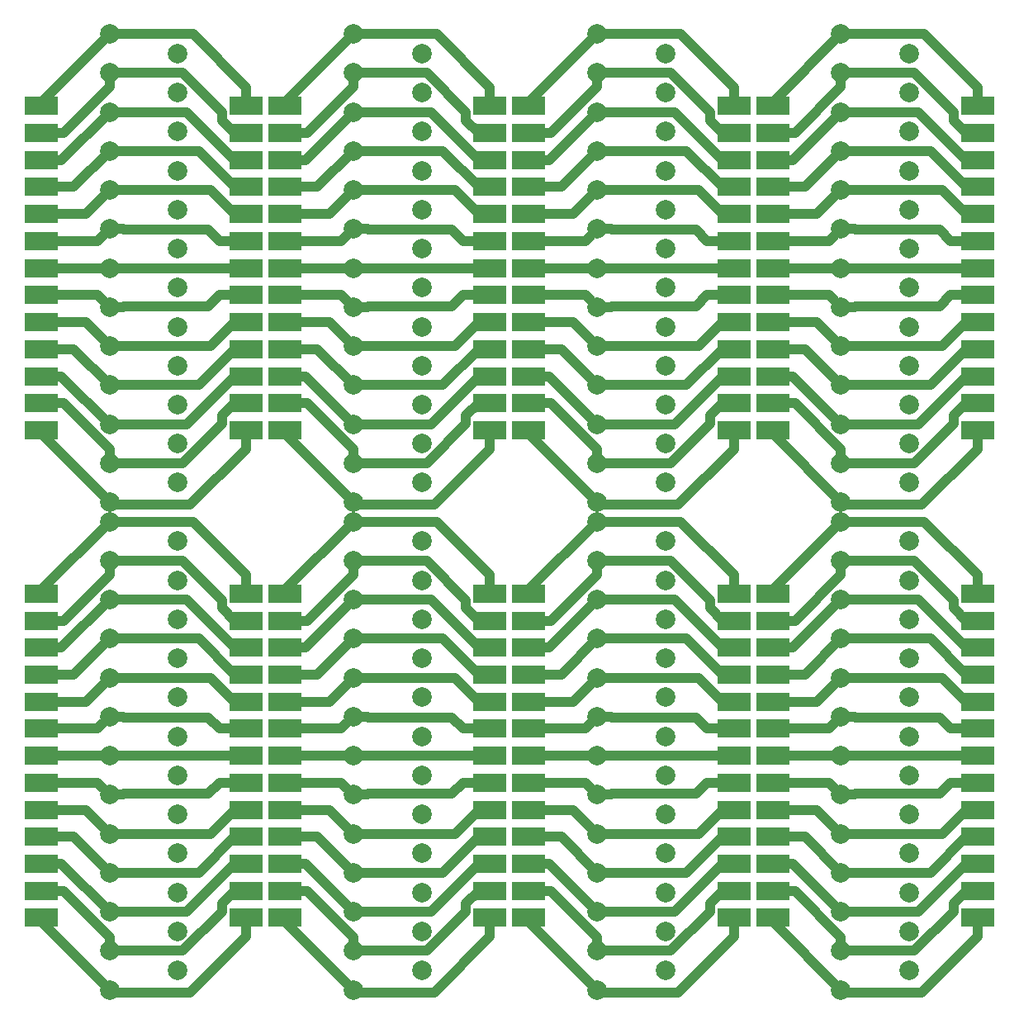
<source format=gtl>
G04 #@! TF.GenerationSoftware,KiCad,Pcbnew,(5.1.5)-3*
G04 #@! TF.CreationDate,2021-03-24T18:55:27+09:00*
G04 #@! TF.ProjectId,DSub25TestPoint(2x4),44537562-3235-4546-9573-74506f696e74,rev?*
G04 #@! TF.SameCoordinates,Original*
G04 #@! TF.FileFunction,Copper,L1,Top*
G04 #@! TF.FilePolarity,Positive*
%FSLAX46Y46*%
G04 Gerber Fmt 4.6, Leading zero omitted, Abs format (unit mm)*
G04 Created by KiCad (PCBNEW (5.1.5)-3) date 2021-03-24 18:55:27*
%MOMM*%
%LPD*%
G04 APERTURE LIST*
%ADD10C,2.000000*%
%ADD11R,3.480000X1.846667*%
%ADD12C,1.000000*%
G04 APERTURE END LIST*
D10*
X121000000Y-99000000D03*
X114000000Y-101000000D03*
X121000000Y-127000000D03*
X121000000Y-115000000D03*
X121000000Y-103000000D03*
X121000000Y-119000000D03*
X114000000Y-89000000D03*
X121000000Y-111000000D03*
X121000000Y-83000000D03*
X114000000Y-85000000D03*
X114000000Y-81000000D03*
X121000000Y-107000000D03*
X121000000Y-123000000D03*
X114000000Y-97000000D03*
X114000000Y-93000000D03*
X121000000Y-87000000D03*
X121000000Y-91000000D03*
X121000000Y-95000000D03*
X121000000Y-61000000D03*
X114000000Y-109000000D03*
X121000000Y-41000000D03*
X114000000Y-129000000D03*
X114000000Y-117000000D03*
X121000000Y-69000000D03*
D11*
X128000000Y-121620000D03*
X128000000Y-118850000D03*
X128000000Y-116080000D03*
X128000000Y-113310000D03*
X128000000Y-110540000D03*
X128000000Y-107770000D03*
X128000000Y-105000000D03*
X128000000Y-102230000D03*
X128000000Y-99460000D03*
X128000000Y-96690000D03*
X128000000Y-93920000D03*
X128000000Y-91150000D03*
X128000000Y-88380000D03*
D10*
X114000000Y-31000000D03*
D11*
X107000000Y-121620000D03*
X107000000Y-118850000D03*
X107000000Y-116080000D03*
X107000000Y-113310000D03*
X107000000Y-110540000D03*
X107000000Y-107770000D03*
X107000000Y-105000000D03*
X107000000Y-102230000D03*
X107000000Y-99460000D03*
X107000000Y-96690000D03*
X107000000Y-93920000D03*
X107000000Y-91150000D03*
X107000000Y-88380000D03*
D10*
X114000000Y-113000000D03*
X114000000Y-121000000D03*
X121000000Y-37000000D03*
X121000000Y-73000000D03*
X121000000Y-53000000D03*
X121000000Y-65000000D03*
X114000000Y-125000000D03*
X114000000Y-105000000D03*
X114000000Y-51000000D03*
X114000000Y-47000000D03*
D11*
X128000000Y-71620000D03*
X128000000Y-68850000D03*
X128000000Y-66080000D03*
X128000000Y-63310000D03*
X128000000Y-60540000D03*
X128000000Y-57770000D03*
X128000000Y-55000000D03*
X128000000Y-52230000D03*
X128000000Y-49460000D03*
X128000000Y-46690000D03*
X128000000Y-43920000D03*
X128000000Y-41150000D03*
X128000000Y-38380000D03*
D10*
X121000000Y-77000000D03*
X114000000Y-43000000D03*
X114000000Y-39000000D03*
X121000000Y-57000000D03*
D11*
X107000000Y-71620000D03*
X107000000Y-68850000D03*
X107000000Y-66080000D03*
X107000000Y-63310000D03*
X107000000Y-60540000D03*
X107000000Y-57770000D03*
X107000000Y-55000000D03*
X107000000Y-52230000D03*
X107000000Y-49460000D03*
X107000000Y-46690000D03*
X107000000Y-43920000D03*
X107000000Y-41150000D03*
X107000000Y-38380000D03*
D10*
X114000000Y-63000000D03*
X121000000Y-49000000D03*
X114000000Y-35000000D03*
X114000000Y-59000000D03*
X114000000Y-71000000D03*
X114000000Y-67000000D03*
X121000000Y-33000000D03*
X121000000Y-45000000D03*
X114000000Y-55000000D03*
X114000000Y-79000000D03*
X114000000Y-75000000D03*
X96000000Y-99000000D03*
X96000000Y-111000000D03*
X89000000Y-89000000D03*
X96000000Y-83000000D03*
X96000000Y-87000000D03*
X96000000Y-115000000D03*
X96000000Y-91000000D03*
X96000000Y-95000000D03*
X96000000Y-103000000D03*
X96000000Y-107000000D03*
X89000000Y-85000000D03*
X89000000Y-93000000D03*
X96000000Y-127000000D03*
X96000000Y-119000000D03*
X96000000Y-123000000D03*
X89000000Y-81000000D03*
X89000000Y-97000000D03*
X89000000Y-101000000D03*
D11*
X82000000Y-88380000D03*
X82000000Y-91150000D03*
X82000000Y-93920000D03*
X82000000Y-96690000D03*
X82000000Y-99460000D03*
X82000000Y-102230000D03*
X82000000Y-105000000D03*
X82000000Y-107770000D03*
X82000000Y-110540000D03*
X82000000Y-113310000D03*
X82000000Y-116080000D03*
X82000000Y-118850000D03*
X82000000Y-121620000D03*
D10*
X89000000Y-113000000D03*
X89000000Y-125000000D03*
X89000000Y-129000000D03*
X89000000Y-105000000D03*
X89000000Y-109000000D03*
X89000000Y-121000000D03*
X89000000Y-117000000D03*
D11*
X103000000Y-88380000D03*
X103000000Y-91150000D03*
X103000000Y-93920000D03*
X103000000Y-96690000D03*
X103000000Y-99460000D03*
X103000000Y-102230000D03*
X103000000Y-105000000D03*
X103000000Y-107770000D03*
X103000000Y-110540000D03*
X103000000Y-113310000D03*
X103000000Y-116080000D03*
X103000000Y-118850000D03*
X103000000Y-121620000D03*
D10*
X96000000Y-69000000D03*
X96000000Y-37000000D03*
X96000000Y-65000000D03*
X96000000Y-41000000D03*
X96000000Y-73000000D03*
X96000000Y-61000000D03*
X96000000Y-53000000D03*
X89000000Y-31000000D03*
X89000000Y-51000000D03*
X96000000Y-45000000D03*
X89000000Y-43000000D03*
X96000000Y-49000000D03*
X89000000Y-39000000D03*
X89000000Y-35000000D03*
X89000000Y-47000000D03*
X96000000Y-57000000D03*
X96000000Y-33000000D03*
X96000000Y-77000000D03*
X89000000Y-55000000D03*
D11*
X82000000Y-38380000D03*
X82000000Y-41150000D03*
X82000000Y-43920000D03*
X82000000Y-46690000D03*
X82000000Y-49460000D03*
X82000000Y-52230000D03*
X82000000Y-55000000D03*
X82000000Y-57770000D03*
X82000000Y-60540000D03*
X82000000Y-63310000D03*
X82000000Y-66080000D03*
X82000000Y-68850000D03*
X82000000Y-71620000D03*
D10*
X89000000Y-59000000D03*
X89000000Y-63000000D03*
X89000000Y-75000000D03*
X89000000Y-71000000D03*
X89000000Y-79000000D03*
D11*
X103000000Y-38380000D03*
X103000000Y-41150000D03*
X103000000Y-43920000D03*
X103000000Y-46690000D03*
X103000000Y-49460000D03*
X103000000Y-52230000D03*
X103000000Y-55000000D03*
X103000000Y-57770000D03*
X103000000Y-60540000D03*
X103000000Y-63310000D03*
X103000000Y-66080000D03*
X103000000Y-68850000D03*
X103000000Y-71620000D03*
D10*
X89000000Y-67000000D03*
X71000000Y-99000000D03*
X71000000Y-111000000D03*
X64000000Y-89000000D03*
X71000000Y-83000000D03*
X71000000Y-87000000D03*
X71000000Y-115000000D03*
X71000000Y-91000000D03*
X71000000Y-95000000D03*
X71000000Y-103000000D03*
X71000000Y-107000000D03*
X64000000Y-85000000D03*
X64000000Y-93000000D03*
X71000000Y-127000000D03*
X71000000Y-119000000D03*
X71000000Y-123000000D03*
X64000000Y-81000000D03*
X64000000Y-97000000D03*
X64000000Y-101000000D03*
D11*
X57000000Y-88380000D03*
X57000000Y-91150000D03*
X57000000Y-93920000D03*
X57000000Y-96690000D03*
X57000000Y-99460000D03*
X57000000Y-102230000D03*
X57000000Y-105000000D03*
X57000000Y-107770000D03*
X57000000Y-110540000D03*
X57000000Y-113310000D03*
X57000000Y-116080000D03*
X57000000Y-118850000D03*
X57000000Y-121620000D03*
D10*
X64000000Y-113000000D03*
X64000000Y-125000000D03*
X64000000Y-129000000D03*
X64000000Y-105000000D03*
X64000000Y-109000000D03*
X64000000Y-121000000D03*
X64000000Y-117000000D03*
D11*
X78000000Y-88380000D03*
X78000000Y-91150000D03*
X78000000Y-93920000D03*
X78000000Y-96690000D03*
X78000000Y-99460000D03*
X78000000Y-102230000D03*
X78000000Y-105000000D03*
X78000000Y-107770000D03*
X78000000Y-110540000D03*
X78000000Y-113310000D03*
X78000000Y-116080000D03*
X78000000Y-118850000D03*
X78000000Y-121620000D03*
D10*
X71000000Y-69000000D03*
X71000000Y-37000000D03*
X71000000Y-65000000D03*
X71000000Y-41000000D03*
X71000000Y-73000000D03*
X71000000Y-61000000D03*
X71000000Y-53000000D03*
X64000000Y-31000000D03*
X64000000Y-51000000D03*
X71000000Y-45000000D03*
X64000000Y-43000000D03*
X71000000Y-49000000D03*
X64000000Y-39000000D03*
X64000000Y-35000000D03*
X64000000Y-47000000D03*
X71000000Y-57000000D03*
X71000000Y-33000000D03*
X71000000Y-77000000D03*
X64000000Y-55000000D03*
D11*
X57000000Y-38380000D03*
X57000000Y-41150000D03*
X57000000Y-43920000D03*
X57000000Y-46690000D03*
X57000000Y-49460000D03*
X57000000Y-52230000D03*
X57000000Y-55000000D03*
X57000000Y-57770000D03*
X57000000Y-60540000D03*
X57000000Y-63310000D03*
X57000000Y-66080000D03*
X57000000Y-68850000D03*
X57000000Y-71620000D03*
D10*
X64000000Y-59000000D03*
X64000000Y-63000000D03*
X64000000Y-75000000D03*
X64000000Y-71000000D03*
X64000000Y-79000000D03*
D11*
X78000000Y-38380000D03*
X78000000Y-41150000D03*
X78000000Y-43920000D03*
X78000000Y-46690000D03*
X78000000Y-49460000D03*
X78000000Y-52230000D03*
X78000000Y-55000000D03*
X78000000Y-57770000D03*
X78000000Y-60540000D03*
X78000000Y-63310000D03*
X78000000Y-66080000D03*
X78000000Y-68850000D03*
X78000000Y-71620000D03*
D10*
X64000000Y-67000000D03*
D11*
X32000000Y-71620000D03*
X32000000Y-68850000D03*
X32000000Y-66080000D03*
X32000000Y-63310000D03*
X32000000Y-60540000D03*
X32000000Y-57770000D03*
X32000000Y-55000000D03*
X32000000Y-52230000D03*
X32000000Y-49460000D03*
X32000000Y-46690000D03*
X32000000Y-43920000D03*
X32000000Y-41150000D03*
X32000000Y-38380000D03*
X53000000Y-71620000D03*
X53000000Y-68850000D03*
X53000000Y-66080000D03*
X53000000Y-63310000D03*
X53000000Y-60540000D03*
X53000000Y-57770000D03*
X53000000Y-55000000D03*
X53000000Y-52230000D03*
X53000000Y-49460000D03*
X53000000Y-46690000D03*
X53000000Y-43920000D03*
X53000000Y-41150000D03*
X53000000Y-38380000D03*
D10*
X39000000Y-79000000D03*
X39000000Y-75000000D03*
X39000000Y-71000000D03*
X39000000Y-67000000D03*
X39000000Y-63000000D03*
X39000000Y-59000000D03*
X39000000Y-55000000D03*
X39000000Y-51000000D03*
X39000000Y-47000000D03*
X39000000Y-43000000D03*
X39000000Y-39000000D03*
X39000000Y-35000000D03*
X39000000Y-31000000D03*
X46000000Y-77000000D03*
X46000000Y-73000000D03*
X46000000Y-69000000D03*
X46000000Y-65000000D03*
X46000000Y-61000000D03*
X46000000Y-57000000D03*
X46000000Y-53000000D03*
X46000000Y-49000000D03*
X46000000Y-45000000D03*
X46000000Y-41000000D03*
X46000000Y-37000000D03*
X46000000Y-33000000D03*
D11*
X32000000Y-121620000D03*
X32000000Y-118850000D03*
X32000000Y-116080000D03*
X32000000Y-113310000D03*
X32000000Y-110540000D03*
X32000000Y-107770000D03*
X32000000Y-105000000D03*
X32000000Y-102230000D03*
X32000000Y-99460000D03*
X32000000Y-96690000D03*
X32000000Y-93920000D03*
X32000000Y-91150000D03*
X32000000Y-88380000D03*
X53000000Y-121620000D03*
X53000000Y-118850000D03*
X53000000Y-116080000D03*
X53000000Y-113310000D03*
X53000000Y-110540000D03*
X53000000Y-107770000D03*
X53000000Y-105000000D03*
X53000000Y-102230000D03*
X53000000Y-99460000D03*
X53000000Y-96690000D03*
X53000000Y-93920000D03*
X53000000Y-91150000D03*
X53000000Y-88380000D03*
D10*
X39000000Y-129000000D03*
X39000000Y-125000000D03*
X39000000Y-121000000D03*
X39000000Y-117000000D03*
X39000000Y-113000000D03*
X39000000Y-109000000D03*
X39000000Y-105000000D03*
X39000000Y-101000000D03*
X39000000Y-97000000D03*
X39000000Y-93000000D03*
X39000000Y-89000000D03*
X39000000Y-85000000D03*
X39000000Y-81000000D03*
X46000000Y-127000000D03*
X46000000Y-123000000D03*
X46000000Y-119000000D03*
X46000000Y-115000000D03*
X46000000Y-111000000D03*
X46000000Y-107000000D03*
X46000000Y-103000000D03*
X46000000Y-99000000D03*
X46000000Y-95000000D03*
X46000000Y-91000000D03*
X46000000Y-87000000D03*
X46000000Y-83000000D03*
D12*
X32000000Y-72000000D02*
X32000000Y-71620000D01*
X39000000Y-79000000D02*
X32000000Y-72000000D01*
X53000000Y-73543333D02*
X53000000Y-71620000D01*
X47268343Y-79274990D02*
X53000000Y-73543333D01*
X39274990Y-79274990D02*
X47268343Y-79274990D01*
X39000000Y-79000000D02*
X39274990Y-79274990D01*
X32000000Y-122000000D02*
X32000000Y-121620000D01*
X39000000Y-129000000D02*
X32000000Y-122000000D01*
X53000000Y-123543333D02*
X53000000Y-121620000D01*
X47268343Y-129274990D02*
X53000000Y-123543333D01*
X39274990Y-129274990D02*
X47268343Y-129274990D01*
X39000000Y-129000000D02*
X39274990Y-129274990D01*
X57000000Y-72000000D02*
X57000000Y-71620000D01*
X78000000Y-73543333D02*
X78000000Y-71620000D01*
X72268343Y-79274990D02*
X78000000Y-73543333D01*
X64000000Y-79000000D02*
X57000000Y-72000000D01*
X64274990Y-79274990D02*
X72268343Y-79274990D01*
X64000000Y-79000000D02*
X64274990Y-79274990D01*
X64000000Y-129000000D02*
X57000000Y-122000000D01*
X57000000Y-122000000D02*
X57000000Y-121620000D01*
X72268343Y-129274990D02*
X78000000Y-123543333D01*
X64000000Y-129000000D02*
X64274990Y-129274990D01*
X78000000Y-123543333D02*
X78000000Y-121620000D01*
X64274990Y-129274990D02*
X72268343Y-129274990D01*
X82000000Y-72000000D02*
X82000000Y-71620000D01*
X103000000Y-73543333D02*
X103000000Y-71620000D01*
X97268343Y-79274990D02*
X103000000Y-73543333D01*
X89000000Y-79000000D02*
X82000000Y-72000000D01*
X89274990Y-79274990D02*
X97268343Y-79274990D01*
X89000000Y-79000000D02*
X89274990Y-79274990D01*
X89000000Y-129000000D02*
X82000000Y-122000000D01*
X82000000Y-122000000D02*
X82000000Y-121620000D01*
X122268343Y-79274990D02*
X128000000Y-73543333D01*
X128000000Y-73543333D02*
X128000000Y-71620000D01*
X97268343Y-129274990D02*
X103000000Y-123543333D01*
X89000000Y-129000000D02*
X89274990Y-129274990D01*
X103000000Y-123543333D02*
X103000000Y-121620000D01*
X89274990Y-129274990D02*
X97268343Y-129274990D01*
X107000000Y-72000000D02*
X107000000Y-71620000D01*
X114000000Y-79000000D02*
X107000000Y-72000000D01*
X114000000Y-79000000D02*
X114274990Y-79274990D01*
X114274990Y-79274990D02*
X122268343Y-79274990D01*
X122268343Y-129274990D02*
X128000000Y-123543333D01*
X107000000Y-122000000D02*
X107000000Y-121620000D01*
X114274990Y-129274990D02*
X122268343Y-129274990D01*
X114000000Y-129000000D02*
X107000000Y-122000000D01*
X114000000Y-129000000D02*
X114274990Y-129274990D01*
X128000000Y-123543333D02*
X128000000Y-121620000D01*
X39000000Y-73585787D02*
X34264213Y-68850000D01*
X34264213Y-68850000D02*
X32000000Y-68850000D01*
X39000000Y-75000000D02*
X39000000Y-73585787D01*
X50559999Y-70136666D02*
X51846665Y-68850000D01*
X50559999Y-70956003D02*
X50559999Y-70136666D01*
X46516002Y-75000000D02*
X50559999Y-70956003D01*
X51846665Y-68850000D02*
X53000000Y-68850000D01*
X39000000Y-75000000D02*
X46516002Y-75000000D01*
X39000000Y-123585787D02*
X34264213Y-118850000D01*
X34264213Y-118850000D02*
X32000000Y-118850000D01*
X39000000Y-125000000D02*
X39000000Y-123585787D01*
X50559999Y-120136666D02*
X51846665Y-118850000D01*
X50559999Y-120956003D02*
X50559999Y-120136666D01*
X46516002Y-125000000D02*
X50559999Y-120956003D01*
X51846665Y-118850000D02*
X53000000Y-118850000D01*
X39000000Y-125000000D02*
X46516002Y-125000000D01*
X71516002Y-75000000D02*
X75559999Y-70956003D01*
X75559999Y-70136666D02*
X76846665Y-68850000D01*
X59264213Y-68850000D02*
X57000000Y-68850000D01*
X64000000Y-75000000D02*
X71516002Y-75000000D01*
X64000000Y-73585787D02*
X59264213Y-68850000D01*
X76846665Y-68850000D02*
X78000000Y-68850000D01*
X64000000Y-75000000D02*
X64000000Y-73585787D01*
X75559999Y-70956003D02*
X75559999Y-70136666D01*
X59264213Y-118850000D02*
X57000000Y-118850000D01*
X64000000Y-125000000D02*
X64000000Y-123585787D01*
X75559999Y-120136666D02*
X76846665Y-118850000D01*
X64000000Y-123585787D02*
X59264213Y-118850000D01*
X71516002Y-125000000D02*
X75559999Y-120956003D01*
X76846665Y-118850000D02*
X78000000Y-118850000D01*
X64000000Y-125000000D02*
X71516002Y-125000000D01*
X75559999Y-120956003D02*
X75559999Y-120136666D01*
X96516002Y-75000000D02*
X100559999Y-70956003D01*
X100559999Y-70136666D02*
X101846665Y-68850000D01*
X84264213Y-68850000D02*
X82000000Y-68850000D01*
X89000000Y-75000000D02*
X96516002Y-75000000D01*
X89000000Y-73585787D02*
X84264213Y-68850000D01*
X101846665Y-68850000D02*
X103000000Y-68850000D01*
X89000000Y-75000000D02*
X89000000Y-73585787D01*
X100559999Y-70956003D02*
X100559999Y-70136666D01*
X126846665Y-68850000D02*
X128000000Y-68850000D01*
X125559999Y-70136666D02*
X126846665Y-68850000D01*
X109264213Y-68850000D02*
X107000000Y-68850000D01*
X114000000Y-75000000D02*
X114000000Y-73585787D01*
X114000000Y-75000000D02*
X121516002Y-75000000D01*
X114000000Y-73585787D02*
X109264213Y-68850000D01*
X84264213Y-118850000D02*
X82000000Y-118850000D01*
X89000000Y-125000000D02*
X89000000Y-123585787D01*
X100559999Y-120136666D02*
X101846665Y-118850000D01*
X89000000Y-123585787D02*
X84264213Y-118850000D01*
X96516002Y-125000000D02*
X100559999Y-120956003D01*
X101846665Y-118850000D02*
X103000000Y-118850000D01*
X89000000Y-125000000D02*
X96516002Y-125000000D01*
X100559999Y-120956003D02*
X100559999Y-120136666D01*
X121516002Y-75000000D02*
X125559999Y-70956003D01*
X125559999Y-70956003D02*
X125559999Y-70136666D01*
X114000000Y-125000000D02*
X114000000Y-123585787D01*
X125559999Y-120136666D02*
X126846665Y-118850000D01*
X121516002Y-125000000D02*
X125559999Y-120956003D01*
X126846665Y-118850000D02*
X128000000Y-118850000D01*
X125559999Y-120956003D02*
X125559999Y-120136666D01*
X109264213Y-118850000D02*
X107000000Y-118850000D01*
X114000000Y-125000000D02*
X121516002Y-125000000D01*
X114000000Y-123585787D02*
X109264213Y-118850000D01*
X34080000Y-66080000D02*
X32000000Y-66080000D01*
X39000000Y-71000000D02*
X34080000Y-66080000D01*
X51846665Y-66080000D02*
X53000000Y-66080000D01*
X46926665Y-71000000D02*
X51846665Y-66080000D01*
X39000000Y-71000000D02*
X46926665Y-71000000D01*
X34080000Y-116080000D02*
X32000000Y-116080000D01*
X39000000Y-121000000D02*
X34080000Y-116080000D01*
X51846665Y-116080000D02*
X53000000Y-116080000D01*
X46926665Y-121000000D02*
X51846665Y-116080000D01*
X39000000Y-121000000D02*
X46926665Y-121000000D01*
X71926665Y-71000000D02*
X76846665Y-66080000D01*
X59080000Y-66080000D02*
X57000000Y-66080000D01*
X76846665Y-66080000D02*
X78000000Y-66080000D01*
X64000000Y-71000000D02*
X59080000Y-66080000D01*
X64000000Y-71000000D02*
X71926665Y-71000000D01*
X59080000Y-116080000D02*
X57000000Y-116080000D01*
X64000000Y-121000000D02*
X71926665Y-121000000D01*
X76846665Y-116080000D02*
X78000000Y-116080000D01*
X71926665Y-121000000D02*
X76846665Y-116080000D01*
X64000000Y-121000000D02*
X59080000Y-116080000D01*
X96926665Y-71000000D02*
X101846665Y-66080000D01*
X84080000Y-66080000D02*
X82000000Y-66080000D01*
X101846665Y-66080000D02*
X103000000Y-66080000D01*
X89000000Y-71000000D02*
X84080000Y-66080000D01*
X89000000Y-71000000D02*
X96926665Y-71000000D01*
X121926665Y-71000000D02*
X126846665Y-66080000D01*
X109080000Y-66080000D02*
X107000000Y-66080000D01*
X84080000Y-116080000D02*
X82000000Y-116080000D01*
X89000000Y-121000000D02*
X96926665Y-121000000D01*
X101846665Y-116080000D02*
X103000000Y-116080000D01*
X96926665Y-121000000D02*
X101846665Y-116080000D01*
X89000000Y-121000000D02*
X84080000Y-116080000D01*
X126846665Y-66080000D02*
X128000000Y-66080000D01*
X114000000Y-71000000D02*
X109080000Y-66080000D01*
X114000000Y-71000000D02*
X121926665Y-71000000D01*
X121926665Y-121000000D02*
X126846665Y-116080000D01*
X126846665Y-116080000D02*
X128000000Y-116080000D01*
X109080000Y-116080000D02*
X107000000Y-116080000D01*
X114000000Y-121000000D02*
X121926665Y-121000000D01*
X114000000Y-121000000D02*
X109080000Y-116080000D01*
X35310000Y-63310000D02*
X32000000Y-63310000D01*
X39000000Y-67000000D02*
X35310000Y-63310000D01*
X51846665Y-63310000D02*
X53000000Y-63310000D01*
X48156665Y-67000000D02*
X51846665Y-63310000D01*
X39000000Y-67000000D02*
X48156665Y-67000000D01*
X35310000Y-113310000D02*
X32000000Y-113310000D01*
X39000000Y-117000000D02*
X35310000Y-113310000D01*
X51846665Y-113310000D02*
X53000000Y-113310000D01*
X48156665Y-117000000D02*
X51846665Y-113310000D01*
X39000000Y-117000000D02*
X48156665Y-117000000D01*
X76846665Y-63310000D02*
X78000000Y-63310000D01*
X73156665Y-67000000D02*
X76846665Y-63310000D01*
X64000000Y-67000000D02*
X73156665Y-67000000D01*
X60310000Y-63310000D02*
X57000000Y-63310000D01*
X64000000Y-67000000D02*
X60310000Y-63310000D01*
X64000000Y-117000000D02*
X60310000Y-113310000D01*
X76846665Y-113310000D02*
X78000000Y-113310000D01*
X60310000Y-113310000D02*
X57000000Y-113310000D01*
X73156665Y-117000000D02*
X76846665Y-113310000D01*
X64000000Y-117000000D02*
X73156665Y-117000000D01*
X101846665Y-63310000D02*
X103000000Y-63310000D01*
X98156665Y-67000000D02*
X101846665Y-63310000D01*
X89000000Y-67000000D02*
X98156665Y-67000000D01*
X85310000Y-63310000D02*
X82000000Y-63310000D01*
X89000000Y-67000000D02*
X85310000Y-63310000D01*
X114000000Y-67000000D02*
X123156665Y-67000000D01*
X110310000Y-63310000D02*
X107000000Y-63310000D01*
X123156665Y-67000000D02*
X126846665Y-63310000D01*
X126846665Y-63310000D02*
X128000000Y-63310000D01*
X89000000Y-117000000D02*
X85310000Y-113310000D01*
X101846665Y-113310000D02*
X103000000Y-113310000D01*
X85310000Y-113310000D02*
X82000000Y-113310000D01*
X98156665Y-117000000D02*
X101846665Y-113310000D01*
X89000000Y-117000000D02*
X98156665Y-117000000D01*
X114000000Y-67000000D02*
X110310000Y-63310000D01*
X110310000Y-113310000D02*
X107000000Y-113310000D01*
X114000000Y-117000000D02*
X123156665Y-117000000D01*
X114000000Y-117000000D02*
X110310000Y-113310000D01*
X123156665Y-117000000D02*
X126846665Y-113310000D01*
X126846665Y-113310000D02*
X128000000Y-113310000D01*
X36540000Y-60540000D02*
X32000000Y-60540000D01*
X39000000Y-63000000D02*
X36540000Y-60540000D01*
X51846665Y-60540000D02*
X53000000Y-60540000D01*
X49386665Y-63000000D02*
X51846665Y-60540000D01*
X39000000Y-63000000D02*
X49386665Y-63000000D01*
X36540000Y-110540000D02*
X32000000Y-110540000D01*
X39000000Y-113000000D02*
X36540000Y-110540000D01*
X51846665Y-110540000D02*
X53000000Y-110540000D01*
X49386665Y-113000000D02*
X51846665Y-110540000D01*
X39000000Y-113000000D02*
X49386665Y-113000000D01*
X64000000Y-63000000D02*
X74386665Y-63000000D01*
X76846665Y-60540000D02*
X78000000Y-60540000D01*
X64000000Y-63000000D02*
X61540000Y-60540000D01*
X74386665Y-63000000D02*
X76846665Y-60540000D01*
X61540000Y-60540000D02*
X57000000Y-60540000D01*
X64000000Y-113000000D02*
X74386665Y-113000000D01*
X61540000Y-110540000D02*
X57000000Y-110540000D01*
X64000000Y-113000000D02*
X61540000Y-110540000D01*
X76846665Y-110540000D02*
X78000000Y-110540000D01*
X74386665Y-113000000D02*
X76846665Y-110540000D01*
X89000000Y-63000000D02*
X99386665Y-63000000D01*
X101846665Y-60540000D02*
X103000000Y-60540000D01*
X89000000Y-63000000D02*
X86540000Y-60540000D01*
X99386665Y-63000000D02*
X101846665Y-60540000D01*
X86540000Y-60540000D02*
X82000000Y-60540000D01*
X114000000Y-63000000D02*
X111540000Y-60540000D01*
X114000000Y-63000000D02*
X124386665Y-63000000D01*
X126846665Y-60540000D02*
X128000000Y-60540000D01*
X89000000Y-113000000D02*
X99386665Y-113000000D01*
X86540000Y-110540000D02*
X82000000Y-110540000D01*
X89000000Y-113000000D02*
X86540000Y-110540000D01*
X101846665Y-110540000D02*
X103000000Y-110540000D01*
X99386665Y-113000000D02*
X101846665Y-110540000D01*
X111540000Y-60540000D02*
X107000000Y-60540000D01*
X124386665Y-63000000D02*
X126846665Y-60540000D01*
X114000000Y-113000000D02*
X124386665Y-113000000D01*
X124386665Y-113000000D02*
X126846665Y-110540000D01*
X114000000Y-113000000D02*
X111540000Y-110540000D01*
X126846665Y-110540000D02*
X128000000Y-110540000D01*
X111540000Y-110540000D02*
X107000000Y-110540000D01*
X37770000Y-57770000D02*
X32000000Y-57770000D01*
X39000000Y-59000000D02*
X37770000Y-57770000D01*
X50260000Y-57770000D02*
X53000000Y-57770000D01*
X49113334Y-58916666D02*
X50260000Y-57770000D01*
X40497547Y-58916666D02*
X49113334Y-58916666D01*
X40414213Y-59000000D02*
X40497547Y-58916666D01*
X39000000Y-59000000D02*
X40414213Y-59000000D01*
X37770000Y-107770000D02*
X32000000Y-107770000D01*
X39000000Y-109000000D02*
X37770000Y-107770000D01*
X50260000Y-107770000D02*
X53000000Y-107770000D01*
X49113334Y-108916666D02*
X50260000Y-107770000D01*
X40497547Y-108916666D02*
X49113334Y-108916666D01*
X40414213Y-109000000D02*
X40497547Y-108916666D01*
X39000000Y-109000000D02*
X40414213Y-109000000D01*
X64000000Y-59000000D02*
X62770000Y-57770000D01*
X74113334Y-58916666D02*
X75260000Y-57770000D01*
X65497547Y-58916666D02*
X74113334Y-58916666D01*
X62770000Y-57770000D02*
X57000000Y-57770000D01*
X75260000Y-57770000D02*
X78000000Y-57770000D01*
X65414213Y-59000000D02*
X65497547Y-58916666D01*
X64000000Y-59000000D02*
X65414213Y-59000000D01*
X65414213Y-109000000D02*
X65497547Y-108916666D01*
X64000000Y-109000000D02*
X62770000Y-107770000D01*
X62770000Y-107770000D02*
X57000000Y-107770000D01*
X74113334Y-108916666D02*
X75260000Y-107770000D01*
X64000000Y-109000000D02*
X65414213Y-109000000D01*
X75260000Y-107770000D02*
X78000000Y-107770000D01*
X65497547Y-108916666D02*
X74113334Y-108916666D01*
X89000000Y-59000000D02*
X87770000Y-57770000D01*
X99113334Y-58916666D02*
X100260000Y-57770000D01*
X90497547Y-58916666D02*
X99113334Y-58916666D01*
X87770000Y-57770000D02*
X82000000Y-57770000D01*
X100260000Y-57770000D02*
X103000000Y-57770000D01*
X90414213Y-59000000D02*
X90497547Y-58916666D01*
X89000000Y-59000000D02*
X90414213Y-59000000D01*
X112770000Y-57770000D02*
X107000000Y-57770000D01*
X115414213Y-59000000D02*
X115497547Y-58916666D01*
X114000000Y-59000000D02*
X115414213Y-59000000D01*
X125260000Y-57770000D02*
X128000000Y-57770000D01*
X115497547Y-58916666D02*
X124113334Y-58916666D01*
X90414213Y-109000000D02*
X90497547Y-108916666D01*
X89000000Y-109000000D02*
X87770000Y-107770000D01*
X87770000Y-107770000D02*
X82000000Y-107770000D01*
X99113334Y-108916666D02*
X100260000Y-107770000D01*
X89000000Y-109000000D02*
X90414213Y-109000000D01*
X100260000Y-107770000D02*
X103000000Y-107770000D01*
X90497547Y-108916666D02*
X99113334Y-108916666D01*
X114000000Y-59000000D02*
X112770000Y-57770000D01*
X124113334Y-58916666D02*
X125260000Y-57770000D01*
X115414213Y-109000000D02*
X115497547Y-108916666D01*
X114000000Y-109000000D02*
X112770000Y-107770000D01*
X114000000Y-109000000D02*
X115414213Y-109000000D01*
X124113334Y-108916666D02*
X125260000Y-107770000D01*
X112770000Y-107770000D02*
X107000000Y-107770000D01*
X115497547Y-108916666D02*
X124113334Y-108916666D01*
X125260000Y-107770000D02*
X128000000Y-107770000D01*
X32000000Y-55000000D02*
X39000000Y-55000000D01*
X39000000Y-55000000D02*
X53000000Y-55000000D01*
X32000000Y-105000000D02*
X39000000Y-105000000D01*
X39000000Y-105000000D02*
X53000000Y-105000000D01*
X57000000Y-55000000D02*
X64000000Y-55000000D01*
X64000000Y-55000000D02*
X78000000Y-55000000D01*
X57000000Y-105000000D02*
X64000000Y-105000000D01*
X64000000Y-105000000D02*
X78000000Y-105000000D01*
X82000000Y-55000000D02*
X89000000Y-55000000D01*
X89000000Y-55000000D02*
X103000000Y-55000000D01*
X107000000Y-55000000D02*
X114000000Y-55000000D01*
X82000000Y-105000000D02*
X89000000Y-105000000D01*
X89000000Y-105000000D02*
X103000000Y-105000000D01*
X114000000Y-55000000D02*
X128000000Y-55000000D01*
X107000000Y-105000000D02*
X114000000Y-105000000D01*
X114000000Y-105000000D02*
X128000000Y-105000000D01*
X37770000Y-52230000D02*
X32000000Y-52230000D01*
X39000000Y-51000000D02*
X37770000Y-52230000D01*
X50260000Y-52230000D02*
X53000000Y-52230000D01*
X49113335Y-51083335D02*
X50260000Y-52230000D01*
X40497548Y-51083335D02*
X49113335Y-51083335D01*
X40414213Y-51000000D02*
X40497548Y-51083335D01*
X39000000Y-51000000D02*
X40414213Y-51000000D01*
X37770000Y-102230000D02*
X32000000Y-102230000D01*
X39000000Y-101000000D02*
X37770000Y-102230000D01*
X50260000Y-102230000D02*
X53000000Y-102230000D01*
X49113335Y-101083335D02*
X50260000Y-102230000D01*
X40497548Y-101083335D02*
X49113335Y-101083335D01*
X40414213Y-101000000D02*
X40497548Y-101083335D01*
X39000000Y-101000000D02*
X40414213Y-101000000D01*
X62770000Y-52230000D02*
X57000000Y-52230000D01*
X75260000Y-52230000D02*
X78000000Y-52230000D01*
X64000000Y-51000000D02*
X65414213Y-51000000D01*
X74113335Y-51083335D02*
X75260000Y-52230000D01*
X65414213Y-51000000D02*
X65497548Y-51083335D01*
X64000000Y-51000000D02*
X62770000Y-52230000D01*
X65497548Y-51083335D02*
X74113335Y-51083335D01*
X75260000Y-102230000D02*
X78000000Y-102230000D01*
X74113335Y-101083335D02*
X75260000Y-102230000D01*
X64000000Y-101000000D02*
X62770000Y-102230000D01*
X65414213Y-101000000D02*
X65497548Y-101083335D01*
X64000000Y-101000000D02*
X65414213Y-101000000D01*
X62770000Y-102230000D02*
X57000000Y-102230000D01*
X65497548Y-101083335D02*
X74113335Y-101083335D01*
X87770000Y-52230000D02*
X82000000Y-52230000D01*
X100260000Y-52230000D02*
X103000000Y-52230000D01*
X89000000Y-51000000D02*
X90414213Y-51000000D01*
X99113335Y-51083335D02*
X100260000Y-52230000D01*
X90414213Y-51000000D02*
X90497548Y-51083335D01*
X89000000Y-51000000D02*
X87770000Y-52230000D01*
X90497548Y-51083335D02*
X99113335Y-51083335D01*
X114000000Y-51000000D02*
X115414213Y-51000000D01*
X124113335Y-51083335D02*
X125260000Y-52230000D01*
X100260000Y-102230000D02*
X103000000Y-102230000D01*
X99113335Y-101083335D02*
X100260000Y-102230000D01*
X89000000Y-101000000D02*
X87770000Y-102230000D01*
X90414213Y-101000000D02*
X90497548Y-101083335D01*
X89000000Y-101000000D02*
X90414213Y-101000000D01*
X87770000Y-102230000D02*
X82000000Y-102230000D01*
X90497548Y-101083335D02*
X99113335Y-101083335D01*
X112770000Y-52230000D02*
X107000000Y-52230000D01*
X125260000Y-52230000D02*
X128000000Y-52230000D01*
X115414213Y-51000000D02*
X115497548Y-51083335D01*
X114000000Y-51000000D02*
X112770000Y-52230000D01*
X115497548Y-51083335D02*
X124113335Y-51083335D01*
X114000000Y-101000000D02*
X115414213Y-101000000D01*
X114000000Y-101000000D02*
X112770000Y-102230000D01*
X125260000Y-102230000D02*
X128000000Y-102230000D01*
X124113335Y-101083335D02*
X125260000Y-102230000D01*
X115414213Y-101000000D02*
X115497548Y-101083335D01*
X112770000Y-102230000D02*
X107000000Y-102230000D01*
X115497548Y-101083335D02*
X124113335Y-101083335D01*
X36540000Y-49460000D02*
X32000000Y-49460000D01*
X39000000Y-47000000D02*
X36540000Y-49460000D01*
X51846664Y-49460000D02*
X53000000Y-49460000D01*
X49386664Y-47000000D02*
X51846664Y-49460000D01*
X39000000Y-47000000D02*
X49386664Y-47000000D01*
X36540000Y-99460000D02*
X32000000Y-99460000D01*
X39000000Y-97000000D02*
X36540000Y-99460000D01*
X51846664Y-99460000D02*
X53000000Y-99460000D01*
X49386664Y-97000000D02*
X51846664Y-99460000D01*
X39000000Y-97000000D02*
X49386664Y-97000000D01*
X64000000Y-47000000D02*
X74386664Y-47000000D01*
X64000000Y-47000000D02*
X61540000Y-49460000D01*
X76846664Y-49460000D02*
X78000000Y-49460000D01*
X61540000Y-49460000D02*
X57000000Y-49460000D01*
X74386664Y-47000000D02*
X76846664Y-49460000D01*
X64000000Y-97000000D02*
X74386664Y-97000000D01*
X74386664Y-97000000D02*
X76846664Y-99460000D01*
X61540000Y-99460000D02*
X57000000Y-99460000D01*
X64000000Y-97000000D02*
X61540000Y-99460000D01*
X76846664Y-99460000D02*
X78000000Y-99460000D01*
X89000000Y-47000000D02*
X99386664Y-47000000D01*
X89000000Y-47000000D02*
X86540000Y-49460000D01*
X101846664Y-49460000D02*
X103000000Y-49460000D01*
X86540000Y-49460000D02*
X82000000Y-49460000D01*
X99386664Y-47000000D02*
X101846664Y-49460000D01*
X114000000Y-47000000D02*
X111540000Y-49460000D01*
X114000000Y-47000000D02*
X124386664Y-47000000D01*
X89000000Y-97000000D02*
X99386664Y-97000000D01*
X99386664Y-97000000D02*
X101846664Y-99460000D01*
X86540000Y-99460000D02*
X82000000Y-99460000D01*
X89000000Y-97000000D02*
X86540000Y-99460000D01*
X101846664Y-99460000D02*
X103000000Y-99460000D01*
X126846664Y-49460000D02*
X128000000Y-49460000D01*
X111540000Y-49460000D02*
X107000000Y-49460000D01*
X124386664Y-47000000D02*
X126846664Y-49460000D01*
X124386664Y-97000000D02*
X126846664Y-99460000D01*
X114000000Y-97000000D02*
X124386664Y-97000000D01*
X114000000Y-97000000D02*
X111540000Y-99460000D01*
X126846664Y-99460000D02*
X128000000Y-99460000D01*
X111540000Y-99460000D02*
X107000000Y-99460000D01*
X35310000Y-46690000D02*
X32000000Y-46690000D01*
X39000000Y-43000000D02*
X35310000Y-46690000D01*
X51846664Y-46690000D02*
X53000000Y-46690000D01*
X48156664Y-43000000D02*
X51846664Y-46690000D01*
X39000000Y-43000000D02*
X48156664Y-43000000D01*
X35310000Y-96690000D02*
X32000000Y-96690000D01*
X39000000Y-93000000D02*
X35310000Y-96690000D01*
X51846664Y-96690000D02*
X53000000Y-96690000D01*
X48156664Y-93000000D02*
X51846664Y-96690000D01*
X39000000Y-93000000D02*
X48156664Y-93000000D01*
X60310000Y-46690000D02*
X57000000Y-46690000D01*
X64000000Y-43000000D02*
X60310000Y-46690000D01*
X76846664Y-46690000D02*
X78000000Y-46690000D01*
X73156664Y-43000000D02*
X76846664Y-46690000D01*
X64000000Y-43000000D02*
X73156664Y-43000000D01*
X73156664Y-93000000D02*
X76846664Y-96690000D01*
X60310000Y-96690000D02*
X57000000Y-96690000D01*
X76846664Y-96690000D02*
X78000000Y-96690000D01*
X64000000Y-93000000D02*
X73156664Y-93000000D01*
X64000000Y-93000000D02*
X60310000Y-96690000D01*
X85310000Y-46690000D02*
X82000000Y-46690000D01*
X89000000Y-43000000D02*
X85310000Y-46690000D01*
X101846664Y-46690000D02*
X103000000Y-46690000D01*
X98156664Y-43000000D02*
X101846664Y-46690000D01*
X89000000Y-43000000D02*
X98156664Y-43000000D01*
X98156664Y-93000000D02*
X101846664Y-96690000D01*
X85310000Y-96690000D02*
X82000000Y-96690000D01*
X101846664Y-96690000D02*
X103000000Y-96690000D01*
X89000000Y-93000000D02*
X98156664Y-93000000D01*
X89000000Y-93000000D02*
X85310000Y-96690000D01*
X123156664Y-43000000D02*
X126846664Y-46690000D01*
X114000000Y-43000000D02*
X123156664Y-43000000D01*
X110310000Y-46690000D02*
X107000000Y-46690000D01*
X126846664Y-46690000D02*
X128000000Y-46690000D01*
X114000000Y-43000000D02*
X110310000Y-46690000D01*
X123156664Y-93000000D02*
X126846664Y-96690000D01*
X110310000Y-96690000D02*
X107000000Y-96690000D01*
X126846664Y-96690000D02*
X128000000Y-96690000D01*
X114000000Y-93000000D02*
X123156664Y-93000000D01*
X114000000Y-93000000D02*
X110310000Y-96690000D01*
X34080000Y-43920000D02*
X32000000Y-43920000D01*
X39000000Y-39000000D02*
X34080000Y-43920000D01*
X51846664Y-43920000D02*
X53000000Y-43920000D01*
X46926664Y-39000000D02*
X51846664Y-43920000D01*
X39000000Y-39000000D02*
X46926664Y-39000000D01*
X34080000Y-93920000D02*
X32000000Y-93920000D01*
X39000000Y-89000000D02*
X34080000Y-93920000D01*
X51846664Y-93920000D02*
X53000000Y-93920000D01*
X46926664Y-89000000D02*
X51846664Y-93920000D01*
X39000000Y-89000000D02*
X46926664Y-89000000D01*
X71926664Y-39000000D02*
X76846664Y-43920000D01*
X64000000Y-39000000D02*
X71926664Y-39000000D01*
X59080000Y-43920000D02*
X57000000Y-43920000D01*
X64000000Y-39000000D02*
X59080000Y-43920000D01*
X76846664Y-43920000D02*
X78000000Y-43920000D01*
X59080000Y-93920000D02*
X57000000Y-93920000D01*
X76846664Y-93920000D02*
X78000000Y-93920000D01*
X64000000Y-89000000D02*
X71926664Y-89000000D01*
X64000000Y-89000000D02*
X59080000Y-93920000D01*
X71926664Y-89000000D02*
X76846664Y-93920000D01*
X96926664Y-39000000D02*
X101846664Y-43920000D01*
X89000000Y-39000000D02*
X96926664Y-39000000D01*
X84080000Y-43920000D02*
X82000000Y-43920000D01*
X89000000Y-39000000D02*
X84080000Y-43920000D01*
X101846664Y-43920000D02*
X103000000Y-43920000D01*
X84080000Y-93920000D02*
X82000000Y-93920000D01*
X101846664Y-93920000D02*
X103000000Y-93920000D01*
X89000000Y-89000000D02*
X96926664Y-89000000D01*
X89000000Y-89000000D02*
X84080000Y-93920000D01*
X96926664Y-89000000D02*
X101846664Y-93920000D01*
X121926664Y-39000000D02*
X126846664Y-43920000D01*
X109080000Y-43920000D02*
X107000000Y-43920000D01*
X114000000Y-39000000D02*
X121926664Y-39000000D01*
X114000000Y-39000000D02*
X109080000Y-43920000D01*
X126846664Y-43920000D02*
X128000000Y-43920000D01*
X114000000Y-89000000D02*
X121926664Y-89000000D01*
X114000000Y-89000000D02*
X109080000Y-93920000D01*
X109080000Y-93920000D02*
X107000000Y-93920000D01*
X121926664Y-89000000D02*
X126846664Y-93920000D01*
X126846664Y-93920000D02*
X128000000Y-93920000D01*
X34264213Y-41150000D02*
X32000000Y-41150000D01*
X39000000Y-36414213D02*
X34264213Y-41150000D01*
X39000000Y-35000000D02*
X39000000Y-36414213D01*
X51846664Y-41150000D02*
X53000000Y-41150000D01*
X50559999Y-39863335D02*
X51846664Y-41150000D01*
X50559999Y-39043997D02*
X50559999Y-39863335D01*
X46516002Y-35000000D02*
X50559999Y-39043997D01*
X39000000Y-35000000D02*
X46516002Y-35000000D01*
X34264213Y-91150000D02*
X32000000Y-91150000D01*
X39000000Y-86414213D02*
X34264213Y-91150000D01*
X39000000Y-85000000D02*
X39000000Y-86414213D01*
X51846664Y-91150000D02*
X53000000Y-91150000D01*
X50559999Y-89863335D02*
X51846664Y-91150000D01*
X50559999Y-89043997D02*
X50559999Y-89863335D01*
X46516002Y-85000000D02*
X50559999Y-89043997D01*
X39000000Y-85000000D02*
X46516002Y-85000000D01*
X59264213Y-41150000D02*
X57000000Y-41150000D01*
X64000000Y-36414213D02*
X59264213Y-41150000D01*
X64000000Y-35000000D02*
X64000000Y-36414213D01*
X75559999Y-39043997D02*
X75559999Y-39863335D01*
X75559999Y-39863335D02*
X76846664Y-41150000D01*
X64000000Y-35000000D02*
X71516002Y-35000000D01*
X76846664Y-41150000D02*
X78000000Y-41150000D01*
X71516002Y-35000000D02*
X75559999Y-39043997D01*
X64000000Y-85000000D02*
X64000000Y-86414213D01*
X71516002Y-85000000D02*
X75559999Y-89043997D01*
X59264213Y-91150000D02*
X57000000Y-91150000D01*
X75559999Y-89043997D02*
X75559999Y-89863335D01*
X76846664Y-91150000D02*
X78000000Y-91150000D01*
X64000000Y-85000000D02*
X71516002Y-85000000D01*
X64000000Y-86414213D02*
X59264213Y-91150000D01*
X75559999Y-89863335D02*
X76846664Y-91150000D01*
X84264213Y-41150000D02*
X82000000Y-41150000D01*
X89000000Y-36414213D02*
X84264213Y-41150000D01*
X89000000Y-35000000D02*
X89000000Y-36414213D01*
X100559999Y-39043997D02*
X100559999Y-39863335D01*
X100559999Y-39863335D02*
X101846664Y-41150000D01*
X89000000Y-35000000D02*
X96516002Y-35000000D01*
X101846664Y-41150000D02*
X103000000Y-41150000D01*
X96516002Y-35000000D02*
X100559999Y-39043997D01*
X89000000Y-85000000D02*
X89000000Y-86414213D01*
X96516002Y-85000000D02*
X100559999Y-89043997D01*
X84264213Y-91150000D02*
X82000000Y-91150000D01*
X100559999Y-89043997D02*
X100559999Y-89863335D01*
X101846664Y-91150000D02*
X103000000Y-91150000D01*
X89000000Y-85000000D02*
X96516002Y-85000000D01*
X89000000Y-86414213D02*
X84264213Y-91150000D01*
X100559999Y-89863335D02*
X101846664Y-91150000D01*
X114000000Y-36414213D02*
X109264213Y-41150000D01*
X109264213Y-41150000D02*
X107000000Y-41150000D01*
X114000000Y-35000000D02*
X114000000Y-36414213D01*
X125559999Y-39043997D02*
X125559999Y-39863335D01*
X125559999Y-39863335D02*
X126846664Y-41150000D01*
X126846664Y-41150000D02*
X128000000Y-41150000D01*
X114000000Y-35000000D02*
X121516002Y-35000000D01*
X121516002Y-35000000D02*
X125559999Y-39043997D01*
X125559999Y-89043997D02*
X125559999Y-89863335D01*
X114000000Y-85000000D02*
X121516002Y-85000000D01*
X109264213Y-91150000D02*
X107000000Y-91150000D01*
X126846664Y-91150000D02*
X128000000Y-91150000D01*
X121516002Y-85000000D02*
X125559999Y-89043997D01*
X114000000Y-85000000D02*
X114000000Y-86414213D01*
X125559999Y-89863335D02*
X126846664Y-91150000D01*
X114000000Y-86414213D02*
X109264213Y-91150000D01*
X32000000Y-38000000D02*
X32000000Y-38380000D01*
X39000000Y-31000000D02*
X32000000Y-38000000D01*
X53000000Y-36456667D02*
X53000000Y-38380000D01*
X47543333Y-31000000D02*
X53000000Y-36456667D01*
X39000000Y-31000000D02*
X47543333Y-31000000D01*
X32000000Y-88000000D02*
X32000000Y-88380000D01*
X39000000Y-81000000D02*
X32000000Y-88000000D01*
X53000000Y-86456667D02*
X53000000Y-88380000D01*
X47543333Y-81000000D02*
X53000000Y-86456667D01*
X39000000Y-81000000D02*
X47543333Y-81000000D01*
X64000000Y-31000000D02*
X72543333Y-31000000D01*
X78000000Y-36456667D02*
X78000000Y-38380000D01*
X72543333Y-31000000D02*
X78000000Y-36456667D01*
X64000000Y-31000000D02*
X57000000Y-38000000D01*
X57000000Y-38000000D02*
X57000000Y-38380000D01*
X57000000Y-88000000D02*
X57000000Y-88380000D01*
X64000000Y-81000000D02*
X72543333Y-81000000D01*
X72543333Y-81000000D02*
X78000000Y-86456667D01*
X64000000Y-81000000D02*
X57000000Y-88000000D01*
X78000000Y-86456667D02*
X78000000Y-88380000D01*
X89000000Y-31000000D02*
X97543333Y-31000000D01*
X103000000Y-36456667D02*
X103000000Y-38380000D01*
X97543333Y-31000000D02*
X103000000Y-36456667D01*
X89000000Y-31000000D02*
X82000000Y-38000000D01*
X82000000Y-38000000D02*
X82000000Y-38380000D01*
X82000000Y-88000000D02*
X82000000Y-88380000D01*
X89000000Y-81000000D02*
X97543333Y-81000000D01*
X97543333Y-81000000D02*
X103000000Y-86456667D01*
X89000000Y-81000000D02*
X82000000Y-88000000D01*
X103000000Y-86456667D02*
X103000000Y-88380000D01*
X114000000Y-31000000D02*
X122543333Y-31000000D01*
X122543333Y-31000000D02*
X128000000Y-36456667D01*
X128000000Y-36456667D02*
X128000000Y-38380000D01*
X107000000Y-38000000D02*
X107000000Y-38380000D01*
X114000000Y-31000000D02*
X107000000Y-38000000D01*
X122543333Y-81000000D02*
X128000000Y-86456667D01*
X107000000Y-88000000D02*
X107000000Y-88380000D01*
X114000000Y-81000000D02*
X122543333Y-81000000D01*
X128000000Y-86456667D02*
X128000000Y-88380000D01*
X114000000Y-81000000D02*
X107000000Y-88000000D01*
M02*

</source>
